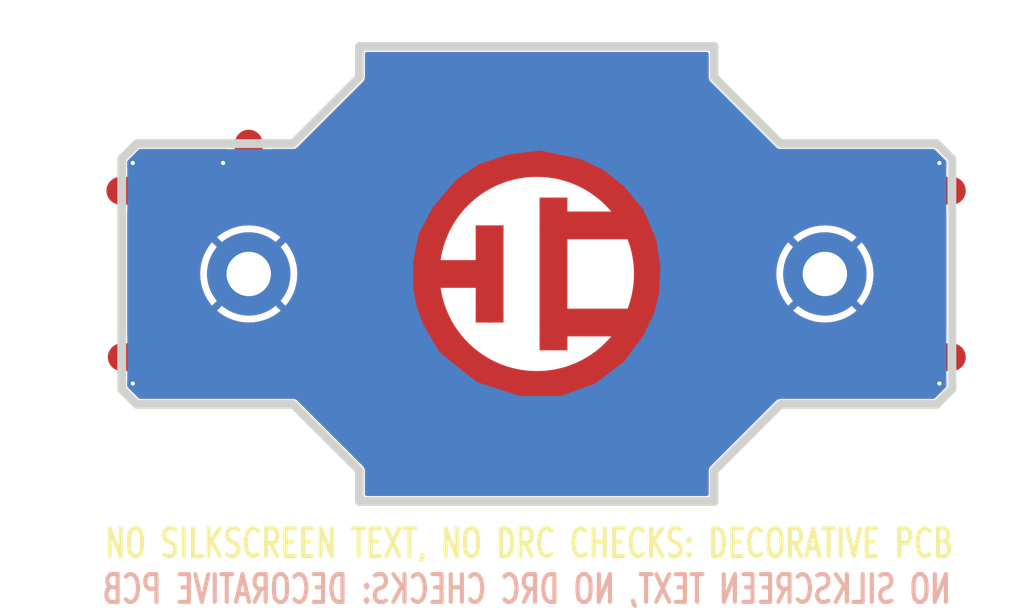
<source format=kicad_pcb>
(kicad_pcb (version 20221018) (generator pcbnew)
  (layers (0 "F.Cu" signal) (31 "B.Cu" signal) (34 "B.Paste" user) (35 "F.Paste" user) (36 "B.SilkS" user "B.Silkscreen") (37 "F.SilkS" user "F.Silkscreen") (38 "B.Mask" user) (39 "F.Mask" user) (44 "Edge.Cuts" user))
  (net 0 "")
  (net 1 "GND")
  (footprint "flyingcarsfootprints:StitchingVia-0.3mm" (layer "F.Cu") (at 50.8 66.2)
    (fp_text reference "REF**" hide)
    (fp_text value "StitchingVia-0.3mm" hide)
    (pad "1" thru_hole circle (at 0 0) (size 0.62 0.62) (drill 0.3) (layers "*.Cu") (net 1 "GND"))
  )
  (footprint "flyingcarsfootprints:StitchingVia-0.3mm" (layer "F.Cu") (at 108.9 50.3)
    (fp_text reference "REF**" hide)
    (fp_text value "StitchingVia-0.3mm" hide)
    (pad "1" thru_hole circle (at 0 0) (size 0.62 0.62) (drill 0.3) (layers "*.Cu") (net 1 "GND"))
  )
  (footprint "flyingcarsfootprints:StitchingVia-0.3mm" (layer "F.Cu") (at 57.3 50.3)
    (fp_text reference "REF**" hide)
    (fp_text value "StitchingVia-0.3mm" hide)
    (pad "1" thru_hole circle (at 0 0) (size 0.62 0.62) (drill 0.3) (layers "*.Cu") (net 1 "GND"))
  )
  (footprint "flyingcarsfootprints:StitchingVia-0.3mm" (layer "F.Cu") (at 50.8 50.3)
    (fp_text reference "REF**" hide)
    (fp_text value "StitchingVia-0.3mm" hide)
    (pad "1" thru_hole circle (at 0 0) (size 0.62 0.62) (drill 0.3) (layers "*.Cu") (net 1 "GND"))
  )
  (footprint "flyingcarsfootprints:StitchingVia-0.3mm" (layer "F.Cu") (at 108.9 66.2)
    (fp_text reference "REF**" hide)
    (fp_text value "StitchingVia-0.3mm" hide)
    (pad "1" thru_hole circle (at 0 0) (size 0.62 0.62) (drill 0.3) (layers "*.Cu") (net 1 "GND"))
  )
  (footprint "ASICTechno:OUTLINE_STRAIGHT_TOP" (layer "F.Cu") (at 50 50)
    (fp_text reference "REF**" hide)
    (fp_text value "OUTLINE_STRAIGHT_TOP")
    (fp_line (start -0.1 2.3) (end 7.75 2.3) (stroke (width 2)) (layer "F.Cu"))
    (fp_line (start 7.75 2.3) (end 9.15 0.9) (stroke (width 2)) (layer "F.Cu"))
    (fp_line (start 9.15 0.9) (end 9.15 -1.1) (stroke (width 2)) (layer "F.Cu"))
    (fp_line (start 9.9 14.3) (end 0 14.3) (stroke (width 2)) (layer "F.Cu"))
    (fp_line (start 15.9 8.3) (end 9.9 14.3) (stroke (width 2)) (layer "F.Cu"))
    (fp_line (start 21.9 8.3) (end 15.9 8.3) (stroke (width 2)) (layer "F.Cu"))
    (fp_line (start 26.5 5.8) (end 26.5 10.8) (stroke (width 2)) (layer "F.Cu"))
    (fp_line (start 26.5 8.3) (end 21.9 8.3) (stroke (width 2)) (layer "F.Cu"))
    (fp_line (start 31.1 3.8) (end 31.1 12.8) (stroke (width 2)) (layer "F.Cu"))
    (fp_line (start 37.093747 4.8) (end 31.1 4.8) (stroke (width 2)) (layer "F.Cu"))
    (fp_line (start 37.093747 11.8) (end 31.1 11.8) (stroke (width 2)) (layer "F.Cu"))
    (fp_line (start 43.9 4.8) (end 37.093747 4.8) (stroke (width 2)) (layer "F.Cu"))
    (fp_line (start 43.9 4.8) (end 46.4 2.3) (stroke (width 2)) (layer "F.Cu"))
    (fp_line (start 43.9 11.8) (end 37.093747 11.8) (stroke (width 2)) (layer "F.Cu"))
    (fp_line (start 43.9 11.8) (end 46.4 14.3) (stroke (width 2)) (layer "F.Cu"))
    (fp_line (start 46.4 2.3) (end 59.8 2.3) (stroke (width 2)) (layer "F.Cu"))
    (fp_line (start 46.4 14.3) (end 59.8 14.3) (stroke (width 2)) (layer "F.Cu"))
    (fp_rect (start 25.5 4.8) (end 27.5 5.7) (stroke (width 0.01)) (fill solid) (layer "F.Cu"))
    (fp_rect (start 25.5 10.9) (end 27.5 11.8) (stroke (width 0.01)) (fill solid) (layer "F.Cu"))
    (fp_rect (start 30.1 2.8) (end 32.1 3.8) (stroke (width 0.01)) (fill solid) (layer "F.Cu"))
    (fp_rect (start 30.1 12.8) (end 32.1 13.8) (stroke (width 0.01)) (fill solid) (layer "F.Cu"))
    (fp_circle (center 29.9 8.3) (end 37.9 8.3) (stroke (width 2)) (fill none) (layer "F.Cu"))
    (fp_line (start 0 0) (end 0 1.3) (stroke (width 0.635)) (layer "Edge.Cuts"))
    (fp_line (start 0 1.3) (end 0 3.3) (stroke (width 0.635)) (layer "Edge.Cuts"))
    (fp_line (start 0 3.3) (end 0 13.3) (stroke (width 0.635)) (layer "Edge.Cuts"))
    (fp_line (start 0 13.3) (end 0 15.3) (stroke (width 0.635)) (layer "Edge.Cuts"))
    (fp_line (start 0 15.3) (end 0 16.6) (stroke (width 0.635)) (layer "Edge.Cuts"))
    (fp_line (start 0 16.6) (end 1.1 17.7) (stroke (width 0.635)) (layer "Edge.Cuts"))
    (fp_line (start 1.1 -1.1) (end 0 0) (stroke (width 0.635)) (layer "Edge.Cuts"))
    (fp_line (start 1.1 17.7) (end 12.314213 17.7) (stroke (width 0.635)) (layer "Edge.Cuts"))
    (fp_line (start 8.15 -1.1) (end 1.1 -1.1) (stroke (width 0.635)) (layer "Edge.Cuts"))
    (fp_line (start 10.15 -1.1) (end 8.15 -1.1) (stroke (width 0.635)) (layer "Edge.Cuts"))
    (fp_line (start 12.314213 -1.1) (end 10.15 -1.1) (stroke (width 0.635)) (layer "Edge.Cuts"))
    (fp_line (start 12.384924 17.72929) (end 17.092031 22.436396) (stroke (width 0.635)) (layer "Edge.Cuts"))
    (fp_line (start 17.092031 -5.836396) (end 12.384924 -1.129289) (stroke (width 0.635)) (layer "Edge.Cuts"))
    (fp_line (start 17.12132 -8.1) (end 17.12132 -5.907107) (stroke (width 0.635)) (layer "Edge.Cuts"))
    (fp_line (start 17.12132 22.507107) (end 17.12132 24.7) (stroke (width 0.635)) (layer "Edge.Cuts"))
    (fp_line (start 17.12132 24.7) (end 42.67868 24.7) (stroke (width 0.635)) (layer "Edge.Cuts"))
    (fp_line (start 42.67868 -8.1) (end 17.12132 -8.1) (stroke (width 0.635)) (layer "Edge.Cuts"))
    (fp_line (start 42.67868 -5.907107) (end 42.67868 -8.1) (stroke (width 0.635)) (layer "Edge.Cuts"))
    (fp_line (start 42.67868 24.7) (end 42.67868 22.507107) (stroke (width 0.635)) (layer "Edge.Cuts"))
    (fp_line (start 42.707969 22.436396) (end 47.415076 17.72929) (stroke (width 0.635)) (layer "Edge.Cuts"))
    (fp_line (start 47.415076 -1.129289) (end 42.707969 -5.836396) (stroke (width 0.635)) (layer "Edge.Cuts"))
    (fp_line (start 47.485786 17.7) (end 58.7 17.7) (stroke (width 0.635)) (layer "Edge.Cuts"))
    (fp_line (start 58.7 -1.1) (end 47.485786 -1.1) (stroke (width 0.635)) (layer "Edge.Cuts"))
    (fp_line (start 58.7 17.7) (end 59.8 16.6) (stroke (width 0.635)) (layer "Edge.Cuts"))
    (fp_line (start 59.8 0) (end 58.7 -1.1) (stroke (width 0.635)) (layer "Edge.Cuts"))
    (fp_line (start 59.8 1.3) (end 59.8 0) (stroke (width 0.635)) (layer "Edge.Cuts"))
    (fp_line (start 59.8 3.3) (end 59.8 1.3) (stroke (width 0.635)) (layer "Edge.Cuts"))
    (fp_line (start 59.8 13.3) (end 59.8 3.3) (stroke (width 0.635)) (layer "Edge.Cuts"))
    (fp_line (start 59.8 15.3) (end 59.8 13.3) (stroke (width 0.635)) (layer "Edge.Cuts"))
    (fp_line (start 59.8 16.6) (end 59.8 15.3) (stroke (width 0.635)) (layer "Edge.Cuts"))
    (fp_arc (start 12.314213 17.7) (mid 12.352479 17.707616) (end 12.384924 17.72929) (stroke (width 0.635)) (layer "Edge.Cuts"))
    (fp_arc (start 12.384924 -1.129289) (mid 12.352488 -1.107598) (end 12.314213 -1.1) (stroke (width 0.635)) (layer "Edge.Cuts"))
    (fp_arc (start 17.092031 22.436396) (mid 17.113662 22.468856) (end 17.12132 22.507107) (stroke (width 0.635)) (layer "Edge.Cuts"))
    (fp_arc (start 17.12132 -5.907107) (mid 17.113732 -5.868826) (end 17.092031 -5.836396) (stroke (width 0.635)) (layer "Edge.Cuts"))
    (fp_arc (start 42.67868 22.507107) (mid 42.686303 22.46884) (end 42.707969 22.436396) (stroke (width 0.635)) (layer "Edge.Cuts"))
    (fp_arc (start 42.707969 -5.836396) (mid 42.686308 -5.868845) (end 42.67868 -5.907107) (stroke (width 0.635)) (layer "Edge.Cuts"))
    (fp_arc (start 47.415076 17.72929) (mid 47.447522 17.707618) (end 47.485786 17.7) (stroke (width 0.635)) (layer "Edge.Cuts"))
    (fp_arc (start 47.485786 -1.1) (mid 47.447515 -1.107611) (end 47.415076 -1.129289) (stroke (width 0.635)) (layer "Edge.Cuts"))
    (pad "~" thru_hole circle (at 9.15 8.3) (size 6 6) (drill 3.2) (layers "*.Cu" "*.Mask") (net 1 "GND"))
    (pad "~" thru_hole circle (at 50.65 8.3) (size 6 6) (drill 3.2) (layers "*.Cu" "*.Mask") (net 1 "GND"))
  )
  (gr_text "NO SILKSCREEN TEXT, NO DRC CHECKS: DECORATIVE PCB" (at 109.9 82.2) (layer "B.SilkS") (effects (font (size 2 1.4) (thickness 0.3) bold) (justify left bottom mirror)))
  (gr_text "NO SILKSCREEN TEXT, NO DRC CHECKS: DECORATIVE PCB" (at 48.6 78.9) (layer "F.SilkS") (effects (font (size 2 1.4) (thickness 0.3) bold) (justify left bottom)))
  (zone (net 0) (net_name "") (layers "F&B.Cu") (name "FILLKEEPOUT") (connect_pads (clearance 0)) (min_thickness 0.25)
    (keepout (tracks allowed) (vias allowed) (pads allowed) (copperpour not_allowed) (footprints allowed))
    (fill (thermal_gap 0.5) (thermal_bridge_width 0.5))
    (polygon (pts (xy 72.8 63.8) (xy 71.7 61.9) (xy 71.2 60.5) (xy 71 59.3) (xy 71 57.4) (xy 71.4 55.4) (xy 72.4 53.5) (xy 74.1 51.5) (xy 75.7 50.4) (xy 77.8 49.7) (xy 80.1 49.4) (xy 83 50) (xy 84.7 50.8) (xy 86.2 52) (xy 87.6 53.7) (xy 88.5 55.8) (xy 88.8 57.8) (xy 88.7 59.7) (xy 88.4 61) (xy 87.6 62.7) (xy 86.2 64.6) (xy 84.1 66.2) (xy 81.6 67.1) (xy 78.7 67.1) (xy 75.6 66.1) (xy 73.2 64.2)))
  )
  (zone (net 1) (net_name "GND") (layers "F&B.Cu") (name "BACKFILL") (connect_pads (clearance 0.5)) (min_thickness 0.25) (fill yes (thermal_gap 0.5) (thermal_bridge_width 0.5))
    (polygon (pts (xy 45 40) (xy 115 40) (xy 115 80) (xy 45 80)))
  )
)
</source>
